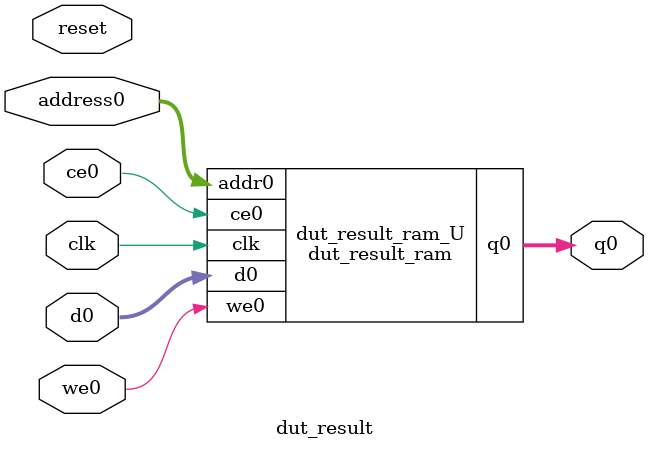
<source format=v>

`timescale 1 ns / 1 ps
module dut_result_ram (addr0, ce0, d0, we0, q0,  clk);

parameter DWIDTH = 32;
parameter AWIDTH = 10;
parameter MEM_SIZE = 576;

input[AWIDTH-1:0] addr0;
input ce0;
input[DWIDTH-1:0] d0;
input we0;
output reg[DWIDTH-1:0] q0;
input clk;

(* ram_style = "block" *)reg [DWIDTH-1:0] ram[MEM_SIZE-1:0];




always @(posedge clk)  
begin 
    if (ce0) 
    begin
        if (we0) 
        begin 
            ram[addr0] <= d0; 
            q0 <= d0;
        end 
        else 
            q0 <= ram[addr0];
    end
end


endmodule


`timescale 1 ns / 1 ps
module dut_result(
    reset,
    clk,
    address0,
    ce0,
    we0,
    d0,
    q0);

parameter DataWidth = 32'd32;
parameter AddressRange = 32'd576;
parameter AddressWidth = 32'd10;
input reset;
input clk;
input[AddressWidth - 1:0] address0;
input ce0;
input we0;
input[DataWidth - 1:0] d0;
output[DataWidth - 1:0] q0;



dut_result_ram dut_result_ram_U(
    .clk( clk ),
    .addr0( address0 ),
    .ce0( ce0 ),
    .d0( d0 ),
    .we0( we0 ),
    .q0( q0 ));

endmodule


</source>
